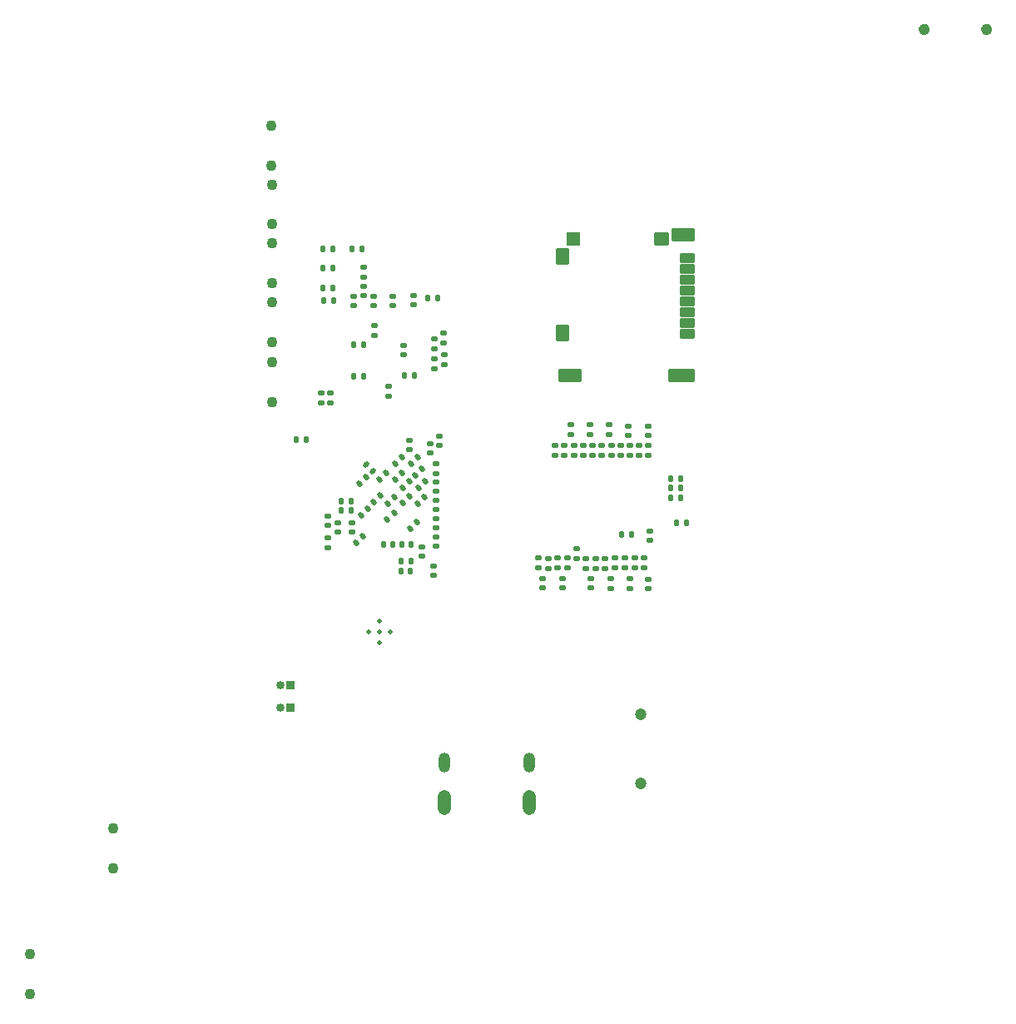
<source format=gbr>
%TF.GenerationSoftware,KiCad,Pcbnew,9.0.2*%
%TF.CreationDate,2025-06-19T13:39:27-06:00*%
%TF.ProjectId,MPU_MOD,4d50555f-4d4f-4442-9e6b-696361645f70,rev?*%
%TF.SameCoordinates,Original*%
%TF.FileFunction,Soldermask,Bot*%
%TF.FilePolarity,Negative*%
%FSLAX46Y46*%
G04 Gerber Fmt 4.6, Leading zero omitted, Abs format (unit mm)*
G04 Created by KiCad (PCBNEW 9.0.2) date 2025-06-19 13:39:27*
%MOMM*%
%LPD*%
G01*
G04 APERTURE LIST*
G04 Aperture macros list*
%AMRoundRect*
0 Rectangle with rounded corners*
0 $1 Rounding radius*
0 $2 $3 $4 $5 $6 $7 $8 $9 X,Y pos of 4 corners*
0 Add a 4 corners polygon primitive as box body*
4,1,4,$2,$3,$4,$5,$6,$7,$8,$9,$2,$3,0*
0 Add four circle primitives for the rounded corners*
1,1,$1+$1,$2,$3*
1,1,$1+$1,$4,$5*
1,1,$1+$1,$6,$7*
1,1,$1+$1,$8,$9*
0 Add four rect primitives between the rounded corners*
20,1,$1+$1,$2,$3,$4,$5,0*
20,1,$1+$1,$4,$5,$6,$7,0*
20,1,$1+$1,$6,$7,$8,$9,0*
20,1,$1+$1,$8,$9,$2,$3,0*%
G04 Aperture macros list end*
%ADD10C,0.010000*%
%ADD11C,0.561000*%
%ADD12C,1.104000*%
%ADD13C,1.200000*%
%ADD14R,0.850000X0.850000*%
%ADD15C,0.850000*%
%ADD16O,1.204000X2.004000*%
%ADD17C,0.499999*%
%ADD18C,1.020000*%
%ADD19RoundRect,0.135000X-0.185000X0.135000X-0.185000X-0.135000X0.185000X-0.135000X0.185000X0.135000X0*%
%ADD20RoundRect,0.135000X0.185000X-0.135000X0.185000X0.135000X-0.185000X0.135000X-0.185000X-0.135000X0*%
%ADD21RoundRect,0.140000X0.170000X-0.140000X0.170000X0.140000X-0.170000X0.140000X-0.170000X-0.140000X0*%
%ADD22RoundRect,0.135000X-0.135000X-0.185000X0.135000X-0.185000X0.135000X0.185000X-0.135000X0.185000X0*%
%ADD23RoundRect,0.135000X0.135000X0.185000X-0.135000X0.185000X-0.135000X-0.185000X0.135000X-0.185000X0*%
%ADD24RoundRect,0.140000X-0.170000X0.140000X-0.170000X-0.140000X0.170000X-0.140000X0.170000X0.140000X0*%
%ADD25RoundRect,0.140000X-0.021213X0.219203X-0.219203X0.021213X0.021213X-0.219203X0.219203X-0.021213X0*%
%ADD26RoundRect,0.140000X0.140000X0.170000X-0.140000X0.170000X-0.140000X-0.170000X0.140000X-0.170000X0*%
%ADD27RoundRect,0.140000X-0.140000X-0.170000X0.140000X-0.170000X0.140000X0.170000X-0.140000X0.170000X0*%
%ADD28RoundRect,0.140000X0.021213X-0.219203X0.219203X-0.021213X-0.021213X0.219203X-0.219203X0.021213X0*%
%ADD29RoundRect,0.102000X-1.100000X0.575000X-1.100000X-0.575000X1.100000X-0.575000X1.100000X0.575000X0*%
%ADD30RoundRect,0.102000X-0.600000X0.575000X-0.600000X-0.575000X0.600000X-0.575000X0.600000X0.575000X0*%
%ADD31RoundRect,0.102000X-0.575000X0.750000X-0.575000X-0.750000X0.575000X-0.750000X0.575000X0.750000X0*%
%ADD32RoundRect,0.102000X-1.250000X0.575000X-1.250000X-0.575000X1.250000X-0.575000X1.250000X0.575000X0*%
%ADD33RoundRect,0.102000X-0.620000X0.400000X-0.620000X-0.400000X0.620000X-0.400000X0.620000X0.400000X0*%
%ADD34RoundRect,0.102000X-0.625000X0.575000X-0.625000X-0.575000X0.625000X-0.575000X0.625000X0.575000X0*%
%ADD35RoundRect,0.140000X0.219203X0.021213X0.021213X0.219203X-0.219203X-0.021213X-0.021213X-0.219203X0*%
G04 APERTURE END LIST*
D10*
%TO.C,J801*%
X86711000Y-97988500D02*
X86743000Y-97990500D01*
X86774000Y-97994500D01*
X86805000Y-98000500D01*
X86835000Y-98007500D01*
X86865000Y-98016500D01*
X86895000Y-98027500D01*
X86924000Y-98039500D01*
X86952000Y-98052500D01*
X86980000Y-98067500D01*
X87007000Y-98084500D01*
X87033000Y-98102500D01*
X87058000Y-98121500D01*
X87081000Y-98141500D01*
X87104000Y-98163500D01*
X87126000Y-98186500D01*
X87146000Y-98209500D01*
X87165000Y-98234500D01*
X87183000Y-98260500D01*
X87200000Y-98287500D01*
X87215000Y-98315500D01*
X87228000Y-98343500D01*
X87240000Y-98372500D01*
X87251000Y-98402500D01*
X87260000Y-98432500D01*
X87267000Y-98462500D01*
X87273000Y-98493500D01*
X87277000Y-98524500D01*
X87279000Y-98556500D01*
X87280000Y-98587500D01*
X87280000Y-99187500D01*
X87280000Y-99787500D01*
X87279000Y-99818500D01*
X87277000Y-99850500D01*
X87273000Y-99881500D01*
X87267000Y-99912500D01*
X87260000Y-99942500D01*
X87251000Y-99972500D01*
X87240000Y-100002500D01*
X87228000Y-100031500D01*
X87215000Y-100059500D01*
X87200000Y-100087500D01*
X87183000Y-100114500D01*
X87165000Y-100140500D01*
X87146000Y-100165500D01*
X87126000Y-100188500D01*
X87104000Y-100211500D01*
X87081000Y-100233500D01*
X87058000Y-100253500D01*
X87033000Y-100272500D01*
X87007000Y-100290500D01*
X86980000Y-100307500D01*
X86952000Y-100322500D01*
X86924000Y-100335500D01*
X86895000Y-100347500D01*
X86865000Y-100358500D01*
X86835000Y-100367500D01*
X86805000Y-100374500D01*
X86774000Y-100380500D01*
X86743000Y-100384500D01*
X86711000Y-100386500D01*
X86680000Y-100387500D01*
X86649000Y-100386500D01*
X86617000Y-100384500D01*
X86586000Y-100380500D01*
X86555000Y-100374500D01*
X86525000Y-100367500D01*
X86495000Y-100358500D01*
X86465000Y-100347500D01*
X86436000Y-100335500D01*
X86408000Y-100322500D01*
X86380000Y-100307500D01*
X86353000Y-100290500D01*
X86327000Y-100272500D01*
X86302000Y-100253500D01*
X86279000Y-100233500D01*
X86256000Y-100211500D01*
X86234000Y-100188500D01*
X86214000Y-100165500D01*
X86195000Y-100140500D01*
X86177000Y-100114500D01*
X86160000Y-100087500D01*
X86145000Y-100059500D01*
X86132000Y-100031500D01*
X86120000Y-100002500D01*
X86109000Y-99972500D01*
X86100000Y-99942500D01*
X86093000Y-99912500D01*
X86087000Y-99881500D01*
X86083000Y-99850500D01*
X86081000Y-99818500D01*
X86080000Y-99787500D01*
X86080000Y-99187500D01*
X86080000Y-98587500D01*
X86081000Y-98556500D01*
X86083000Y-98524500D01*
X86087000Y-98493500D01*
X86093000Y-98462500D01*
X86100000Y-98432500D01*
X86109000Y-98402500D01*
X86120000Y-98372500D01*
X86132000Y-98343500D01*
X86145000Y-98315500D01*
X86160000Y-98287500D01*
X86177000Y-98260500D01*
X86195000Y-98234500D01*
X86214000Y-98209500D01*
X86234000Y-98186500D01*
X86256000Y-98163500D01*
X86279000Y-98141500D01*
X86302000Y-98121500D01*
X86327000Y-98102500D01*
X86353000Y-98084500D01*
X86380000Y-98067500D01*
X86408000Y-98052500D01*
X86436000Y-98039500D01*
X86465000Y-98027500D01*
X86495000Y-98016500D01*
X86525000Y-98007500D01*
X86555000Y-98000500D01*
X86586000Y-97994500D01*
X86617000Y-97990500D01*
X86649000Y-97988500D01*
X86680000Y-97987500D01*
X86711000Y-97988500D01*
G36*
X86711000Y-97988500D02*
G01*
X86743000Y-97990500D01*
X86774000Y-97994500D01*
X86805000Y-98000500D01*
X86835000Y-98007500D01*
X86865000Y-98016500D01*
X86895000Y-98027500D01*
X86924000Y-98039500D01*
X86952000Y-98052500D01*
X86980000Y-98067500D01*
X87007000Y-98084500D01*
X87033000Y-98102500D01*
X87058000Y-98121500D01*
X87081000Y-98141500D01*
X87104000Y-98163500D01*
X87126000Y-98186500D01*
X87146000Y-98209500D01*
X87165000Y-98234500D01*
X87183000Y-98260500D01*
X87200000Y-98287500D01*
X87215000Y-98315500D01*
X87228000Y-98343500D01*
X87240000Y-98372500D01*
X87251000Y-98402500D01*
X87260000Y-98432500D01*
X87267000Y-98462500D01*
X87273000Y-98493500D01*
X87277000Y-98524500D01*
X87279000Y-98556500D01*
X87280000Y-98587500D01*
X87280000Y-99187500D01*
X87280000Y-99787500D01*
X87279000Y-99818500D01*
X87277000Y-99850500D01*
X87273000Y-99881500D01*
X87267000Y-99912500D01*
X87260000Y-99942500D01*
X87251000Y-99972500D01*
X87240000Y-100002500D01*
X87228000Y-100031500D01*
X87215000Y-100059500D01*
X87200000Y-100087500D01*
X87183000Y-100114500D01*
X87165000Y-100140500D01*
X87146000Y-100165500D01*
X87126000Y-100188500D01*
X87104000Y-100211500D01*
X87081000Y-100233500D01*
X87058000Y-100253500D01*
X87033000Y-100272500D01*
X87007000Y-100290500D01*
X86980000Y-100307500D01*
X86952000Y-100322500D01*
X86924000Y-100335500D01*
X86895000Y-100347500D01*
X86865000Y-100358500D01*
X86835000Y-100367500D01*
X86805000Y-100374500D01*
X86774000Y-100380500D01*
X86743000Y-100384500D01*
X86711000Y-100386500D01*
X86680000Y-100387500D01*
X86649000Y-100386500D01*
X86617000Y-100384500D01*
X86586000Y-100380500D01*
X86555000Y-100374500D01*
X86525000Y-100367500D01*
X86495000Y-100358500D01*
X86465000Y-100347500D01*
X86436000Y-100335500D01*
X86408000Y-100322500D01*
X86380000Y-100307500D01*
X86353000Y-100290500D01*
X86327000Y-100272500D01*
X86302000Y-100253500D01*
X86279000Y-100233500D01*
X86256000Y-100211500D01*
X86234000Y-100188500D01*
X86214000Y-100165500D01*
X86195000Y-100140500D01*
X86177000Y-100114500D01*
X86160000Y-100087500D01*
X86145000Y-100059500D01*
X86132000Y-100031500D01*
X86120000Y-100002500D01*
X86109000Y-99972500D01*
X86100000Y-99942500D01*
X86093000Y-99912500D01*
X86087000Y-99881500D01*
X86083000Y-99850500D01*
X86081000Y-99818500D01*
X86080000Y-99787500D01*
X86080000Y-99187500D01*
X86080000Y-98587500D01*
X86081000Y-98556500D01*
X86083000Y-98524500D01*
X86087000Y-98493500D01*
X86093000Y-98462500D01*
X86100000Y-98432500D01*
X86109000Y-98402500D01*
X86120000Y-98372500D01*
X86132000Y-98343500D01*
X86145000Y-98315500D01*
X86160000Y-98287500D01*
X86177000Y-98260500D01*
X86195000Y-98234500D01*
X86214000Y-98209500D01*
X86234000Y-98186500D01*
X86256000Y-98163500D01*
X86279000Y-98141500D01*
X86302000Y-98121500D01*
X86327000Y-98102500D01*
X86353000Y-98084500D01*
X86380000Y-98067500D01*
X86408000Y-98052500D01*
X86436000Y-98039500D01*
X86465000Y-98027500D01*
X86495000Y-98016500D01*
X86525000Y-98007500D01*
X86555000Y-98000500D01*
X86586000Y-97994500D01*
X86617000Y-97990500D01*
X86649000Y-97988500D01*
X86680000Y-97987500D01*
X86711000Y-97988500D01*
G37*
X95351000Y-97988500D02*
X95383000Y-97990500D01*
X95414000Y-97994500D01*
X95445000Y-98000500D01*
X95475000Y-98007500D01*
X95505000Y-98016500D01*
X95535000Y-98027500D01*
X95564000Y-98039500D01*
X95592000Y-98052500D01*
X95620000Y-98067500D01*
X95647000Y-98084500D01*
X95673000Y-98102500D01*
X95698000Y-98121500D01*
X95721000Y-98141500D01*
X95744000Y-98163500D01*
X95766000Y-98186500D01*
X95786000Y-98209500D01*
X95805000Y-98234500D01*
X95823000Y-98260500D01*
X95840000Y-98287500D01*
X95855000Y-98315500D01*
X95868000Y-98343500D01*
X95880000Y-98372500D01*
X95891000Y-98402500D01*
X95900000Y-98432500D01*
X95907000Y-98462500D01*
X95913000Y-98493500D01*
X95917000Y-98524500D01*
X95919000Y-98556500D01*
X95920000Y-98587500D01*
X95920000Y-99187500D01*
X95920000Y-99787500D01*
X95919000Y-99818500D01*
X95917000Y-99850500D01*
X95913000Y-99881500D01*
X95907000Y-99912500D01*
X95900000Y-99942500D01*
X95891000Y-99972500D01*
X95880000Y-100002500D01*
X95868000Y-100031500D01*
X95855000Y-100059500D01*
X95840000Y-100087500D01*
X95823000Y-100114500D01*
X95805000Y-100140500D01*
X95786000Y-100165500D01*
X95766000Y-100188500D01*
X95744000Y-100211500D01*
X95721000Y-100233500D01*
X95698000Y-100253500D01*
X95673000Y-100272500D01*
X95647000Y-100290500D01*
X95620000Y-100307500D01*
X95592000Y-100322500D01*
X95564000Y-100335500D01*
X95535000Y-100347500D01*
X95505000Y-100358500D01*
X95475000Y-100367500D01*
X95445000Y-100374500D01*
X95414000Y-100380500D01*
X95383000Y-100384500D01*
X95351000Y-100386500D01*
X95320000Y-100387500D01*
X95289000Y-100386500D01*
X95257000Y-100384500D01*
X95226000Y-100380500D01*
X95195000Y-100374500D01*
X95165000Y-100367500D01*
X95135000Y-100358500D01*
X95105000Y-100347500D01*
X95076000Y-100335500D01*
X95048000Y-100322500D01*
X95020000Y-100307500D01*
X94993000Y-100290500D01*
X94967000Y-100272500D01*
X94942000Y-100253500D01*
X94919000Y-100233500D01*
X94896000Y-100211500D01*
X94874000Y-100188500D01*
X94854000Y-100165500D01*
X94835000Y-100140500D01*
X94817000Y-100114500D01*
X94800000Y-100087500D01*
X94785000Y-100059500D01*
X94772000Y-100031500D01*
X94760000Y-100002500D01*
X94749000Y-99972500D01*
X94740000Y-99942500D01*
X94733000Y-99912500D01*
X94727000Y-99881500D01*
X94723000Y-99850500D01*
X94721000Y-99818500D01*
X94720000Y-99787500D01*
X94720000Y-99187500D01*
X94720000Y-98587500D01*
X94721000Y-98556500D01*
X94723000Y-98524500D01*
X94727000Y-98493500D01*
X94733000Y-98462500D01*
X94740000Y-98432500D01*
X94749000Y-98402500D01*
X94760000Y-98372500D01*
X94772000Y-98343500D01*
X94785000Y-98315500D01*
X94800000Y-98287500D01*
X94817000Y-98260500D01*
X94835000Y-98234500D01*
X94854000Y-98209500D01*
X94874000Y-98186500D01*
X94896000Y-98163500D01*
X94919000Y-98141500D01*
X94942000Y-98121500D01*
X94967000Y-98102500D01*
X94993000Y-98084500D01*
X95020000Y-98067500D01*
X95048000Y-98052500D01*
X95076000Y-98039500D01*
X95105000Y-98027500D01*
X95135000Y-98016500D01*
X95165000Y-98007500D01*
X95195000Y-98000500D01*
X95226000Y-97994500D01*
X95257000Y-97990500D01*
X95289000Y-97988500D01*
X95320000Y-97987500D01*
X95351000Y-97988500D01*
G36*
X95351000Y-97988500D02*
G01*
X95383000Y-97990500D01*
X95414000Y-97994500D01*
X95445000Y-98000500D01*
X95475000Y-98007500D01*
X95505000Y-98016500D01*
X95535000Y-98027500D01*
X95564000Y-98039500D01*
X95592000Y-98052500D01*
X95620000Y-98067500D01*
X95647000Y-98084500D01*
X95673000Y-98102500D01*
X95698000Y-98121500D01*
X95721000Y-98141500D01*
X95744000Y-98163500D01*
X95766000Y-98186500D01*
X95786000Y-98209500D01*
X95805000Y-98234500D01*
X95823000Y-98260500D01*
X95840000Y-98287500D01*
X95855000Y-98315500D01*
X95868000Y-98343500D01*
X95880000Y-98372500D01*
X95891000Y-98402500D01*
X95900000Y-98432500D01*
X95907000Y-98462500D01*
X95913000Y-98493500D01*
X95917000Y-98524500D01*
X95919000Y-98556500D01*
X95920000Y-98587500D01*
X95920000Y-99187500D01*
X95920000Y-99787500D01*
X95919000Y-99818500D01*
X95917000Y-99850500D01*
X95913000Y-99881500D01*
X95907000Y-99912500D01*
X95900000Y-99942500D01*
X95891000Y-99972500D01*
X95880000Y-100002500D01*
X95868000Y-100031500D01*
X95855000Y-100059500D01*
X95840000Y-100087500D01*
X95823000Y-100114500D01*
X95805000Y-100140500D01*
X95786000Y-100165500D01*
X95766000Y-100188500D01*
X95744000Y-100211500D01*
X95721000Y-100233500D01*
X95698000Y-100253500D01*
X95673000Y-100272500D01*
X95647000Y-100290500D01*
X95620000Y-100307500D01*
X95592000Y-100322500D01*
X95564000Y-100335500D01*
X95535000Y-100347500D01*
X95505000Y-100358500D01*
X95475000Y-100367500D01*
X95445000Y-100374500D01*
X95414000Y-100380500D01*
X95383000Y-100384500D01*
X95351000Y-100386500D01*
X95320000Y-100387500D01*
X95289000Y-100386500D01*
X95257000Y-100384500D01*
X95226000Y-100380500D01*
X95195000Y-100374500D01*
X95165000Y-100367500D01*
X95135000Y-100358500D01*
X95105000Y-100347500D01*
X95076000Y-100335500D01*
X95048000Y-100322500D01*
X95020000Y-100307500D01*
X94993000Y-100290500D01*
X94967000Y-100272500D01*
X94942000Y-100253500D01*
X94919000Y-100233500D01*
X94896000Y-100211500D01*
X94874000Y-100188500D01*
X94854000Y-100165500D01*
X94835000Y-100140500D01*
X94817000Y-100114500D01*
X94800000Y-100087500D01*
X94785000Y-100059500D01*
X94772000Y-100031500D01*
X94760000Y-100002500D01*
X94749000Y-99972500D01*
X94740000Y-99942500D01*
X94733000Y-99912500D01*
X94727000Y-99881500D01*
X94723000Y-99850500D01*
X94721000Y-99818500D01*
X94720000Y-99787500D01*
X94720000Y-99187500D01*
X94720000Y-98587500D01*
X94721000Y-98556500D01*
X94723000Y-98524500D01*
X94727000Y-98493500D01*
X94733000Y-98462500D01*
X94740000Y-98432500D01*
X94749000Y-98402500D01*
X94760000Y-98372500D01*
X94772000Y-98343500D01*
X94785000Y-98315500D01*
X94800000Y-98287500D01*
X94817000Y-98260500D01*
X94835000Y-98234500D01*
X94854000Y-98209500D01*
X94874000Y-98186500D01*
X94896000Y-98163500D01*
X94919000Y-98141500D01*
X94942000Y-98121500D01*
X94967000Y-98102500D01*
X94993000Y-98084500D01*
X95020000Y-98067500D01*
X95048000Y-98052500D01*
X95076000Y-98039500D01*
X95105000Y-98027500D01*
X95135000Y-98016500D01*
X95165000Y-98007500D01*
X95195000Y-98000500D01*
X95226000Y-97994500D01*
X95257000Y-97990500D01*
X95289000Y-97988500D01*
X95320000Y-97987500D01*
X95351000Y-97988500D01*
G37*
%TO.C,J701*%
D11*
X135830500Y-20600000D02*
G75*
G02*
X135269500Y-20600000I-280500J0D01*
G01*
X135269500Y-20600000D02*
G75*
G02*
X135830500Y-20600000I280500J0D01*
G01*
X142180500Y-20600000D02*
G75*
G02*
X141619500Y-20600000I-280500J0D01*
G01*
X141619500Y-20600000D02*
G75*
G02*
X142180500Y-20600000I280500J0D01*
G01*
%TD*%
D12*
%TO.C,S601*%
X69225000Y-54462500D03*
X69225000Y-58512500D03*
%TD*%
%TO.C,S605*%
X69225000Y-36362500D03*
X69225000Y-40412500D03*
%TD*%
D13*
%TO.C,J1*%
X106705750Y-90250000D03*
X106705750Y-97250000D03*
%TD*%
D12*
%TO.C,S701*%
X53052500Y-101860000D03*
X53052500Y-105910000D03*
%TD*%
%TO.C,S603*%
X69225000Y-48362500D03*
X69225000Y-52412500D03*
%TD*%
D14*
%TO.C,BT201*%
X71050000Y-87288207D03*
D15*
X70050000Y-87288207D03*
%TD*%
D12*
%TO.C,S602*%
X69125000Y-30362500D03*
X69125000Y-34412500D03*
%TD*%
D14*
%TO.C,TH201*%
X71050000Y-89588207D03*
D15*
X70050000Y-89588207D03*
%TD*%
D16*
%TO.C,J801*%
X86680000Y-95187500D03*
X95320000Y-95187500D03*
%TD*%
D12*
%TO.C,S201*%
X44525000Y-114662500D03*
X44525000Y-118712500D03*
%TD*%
%TO.C,S604*%
X69225000Y-42362500D03*
X69225000Y-46412500D03*
%TD*%
D17*
%TO.C,U3*%
X80100000Y-80800000D03*
X81200000Y-81900000D03*
X80100000Y-81900000D03*
X79000000Y-81900000D03*
X80100000Y-83000000D03*
%TD*%
D18*
%TO.C,J701*%
X135550000Y-20600000D03*
X141900000Y-20600000D03*
%TD*%
D19*
%TO.C,R407*%
X104098415Y-74367400D03*
X104098415Y-75387400D03*
%TD*%
D20*
%TO.C,R406*%
X103700000Y-63900000D03*
X103700000Y-62880002D03*
%TD*%
D21*
%TO.C,C413*%
X107443415Y-61877400D03*
X107443415Y-60917400D03*
%TD*%
D22*
%TO.C,R509*%
X74403415Y-48147400D03*
X75423415Y-48147400D03*
%TD*%
D20*
%TO.C,R504*%
X85723415Y-53087400D03*
X85723415Y-52067400D03*
%TD*%
D23*
%TO.C,R508*%
X75393415Y-46897400D03*
X74373415Y-46897400D03*
%TD*%
D19*
%TO.C,R502*%
X85703415Y-54117400D03*
X85703415Y-55137400D03*
%TD*%
%TO.C,R505*%
X86703415Y-53637400D03*
X86703415Y-54657400D03*
%TD*%
D24*
%TO.C,C411*%
X103513415Y-60817400D03*
X103513415Y-61777400D03*
%TD*%
D25*
%TO.C,C319*%
X84778822Y-66521178D03*
X84100000Y-67200000D03*
%TD*%
%TO.C,C317*%
X80228822Y-67971178D03*
X79550000Y-68650000D03*
%TD*%
D24*
%TO.C,C412*%
X101623415Y-76417400D03*
X101623415Y-77377400D03*
%TD*%
%TO.C,C327*%
X77300000Y-70740000D03*
X77300000Y-71700000D03*
%TD*%
D26*
%TO.C,C416*%
X111333415Y-70777400D03*
X110373415Y-70777400D03*
%TD*%
D24*
%TO.C,C323*%
X85900000Y-64790000D03*
X85900000Y-65750000D03*
%TD*%
D19*
%TO.C,R414*%
X96298415Y-74367400D03*
X96298415Y-75387400D03*
%TD*%
D23*
%TO.C,R511*%
X78303415Y-42917400D03*
X77283415Y-42917400D03*
%TD*%
D20*
%TO.C,R424*%
X106550000Y-63900000D03*
X106550000Y-62880002D03*
%TD*%
%TO.C,R408*%
X101800000Y-63900000D03*
X101800000Y-62880002D03*
%TD*%
D24*
%TO.C,C339*%
X74850000Y-72340000D03*
X74850000Y-73300000D03*
%TD*%
D19*
%TO.C,R430*%
X107073415Y-74357400D03*
X107073415Y-75377400D03*
%TD*%
D23*
%TO.C,R403*%
X105783415Y-71927400D03*
X104763415Y-71927400D03*
%TD*%
D24*
%TO.C,C417*%
X96753415Y-76417400D03*
X96753415Y-77377400D03*
%TD*%
%TO.C,C334*%
X86250000Y-61940000D03*
X86250000Y-62900000D03*
%TD*%
D25*
%TO.C,C305*%
X83152944Y-66571178D03*
X82474122Y-67250000D03*
%TD*%
D21*
%TO.C,C502*%
X78503415Y-47677400D03*
X78503415Y-46717400D03*
%TD*%
D19*
%TO.C,R422*%
X102123415Y-74402400D03*
X102123415Y-75422400D03*
%TD*%
%TO.C,R501*%
X81033415Y-56927400D03*
X81033415Y-57947400D03*
%TD*%
D24*
%TO.C,C418*%
X98723415Y-76417400D03*
X98723415Y-77377400D03*
%TD*%
D19*
%TO.C,R418*%
X106073415Y-74357400D03*
X106073415Y-75377400D03*
%TD*%
D21*
%TO.C,C511*%
X77473415Y-48707400D03*
X77473415Y-47747400D03*
%TD*%
D26*
%TO.C,C510*%
X86013415Y-47917400D03*
X85053415Y-47917400D03*
%TD*%
D21*
%TO.C,C316*%
X84450000Y-74160000D03*
X84450000Y-73200000D03*
%TD*%
%TO.C,C335*%
X85650000Y-76100000D03*
X85650000Y-75140000D03*
%TD*%
D19*
%TO.C,R416*%
X105098415Y-74367400D03*
X105098415Y-75387400D03*
%TD*%
D21*
%TO.C,C506*%
X79583415Y-51687400D03*
X79583415Y-50727400D03*
%TD*%
D25*
%TO.C,C309*%
X78778822Y-66121178D03*
X78100000Y-66800000D03*
%TD*%
D27*
%TO.C,C336*%
X82300000Y-75650000D03*
X83260000Y-75650000D03*
%TD*%
D28*
%TO.C,C301*%
X78221178Y-69978822D03*
X78900000Y-69300000D03*
%TD*%
D19*
%TO.C,R410*%
X98273415Y-74367400D03*
X98273415Y-75387400D03*
%TD*%
D29*
%TO.C,J501*%
X110980000Y-41510000D03*
D30*
X99830000Y-41910000D03*
D31*
X98705000Y-43715000D03*
X98705000Y-51495000D03*
D29*
X99500000Y-55800000D03*
D32*
X110830000Y-55800000D03*
D33*
X111460000Y-51555000D03*
X111460000Y-50455000D03*
X111460000Y-49355000D03*
X111460000Y-48255000D03*
X111460000Y-47155000D03*
X111460000Y-46055000D03*
X111460000Y-44955000D03*
X111460000Y-43855000D03*
D34*
X108830000Y-41910000D03*
%TD*%
D20*
%TO.C,R503*%
X86673415Y-52517400D03*
X86673415Y-51497400D03*
%TD*%
D25*
%TO.C,C315*%
X83128822Y-68071178D03*
X82450000Y-68750000D03*
%TD*%
D26*
%TO.C,C329*%
X72650000Y-62350000D03*
X71690000Y-62350000D03*
%TD*%
D19*
%TO.C,R426*%
X101148415Y-74392400D03*
X101148415Y-75412400D03*
%TD*%
D21*
%TO.C,C414*%
X105473415Y-61877400D03*
X105473415Y-60917400D03*
%TD*%
D20*
%TO.C,R423*%
X105600000Y-63900000D03*
X105600000Y-62880002D03*
%TD*%
D24*
%TO.C,C324*%
X85900000Y-72200000D03*
X85900000Y-73160000D03*
%TD*%
%TO.C,C410*%
X101543415Y-60817400D03*
X101543415Y-61777400D03*
%TD*%
D20*
%TO.C,R419*%
X98950000Y-63900000D03*
X98950000Y-62880002D03*
%TD*%
D19*
%TO.C,R404*%
X100198415Y-73367400D03*
X100198415Y-74387400D03*
%TD*%
D27*
%TO.C,C338*%
X82340000Y-74700000D03*
X83300000Y-74700000D03*
%TD*%
%TO.C,C514*%
X77523415Y-55877400D03*
X78483415Y-55877400D03*
%TD*%
D21*
%TO.C,C503*%
X79523415Y-48667400D03*
X79523415Y-47707400D03*
%TD*%
D26*
%TO.C,C330*%
X77210000Y-68550000D03*
X76250000Y-68550000D03*
%TD*%
D21*
%TO.C,C512*%
X83563415Y-48617400D03*
X83563415Y-47657400D03*
%TD*%
D24*
%TO.C,C322*%
X85900000Y-66640000D03*
X85900000Y-67600000D03*
%TD*%
D19*
%TO.C,R510*%
X74153415Y-57577400D03*
X74153415Y-58597400D03*
%TD*%
D23*
%TO.C,R507*%
X75393415Y-44907400D03*
X74373415Y-44907400D03*
%TD*%
D27*
%TO.C,C328*%
X76250000Y-69500000D03*
X77210000Y-69500000D03*
%TD*%
D20*
%TO.C,R409*%
X102750000Y-63900000D03*
X102750000Y-62880002D03*
%TD*%
D24*
%TO.C,C427*%
X107673415Y-71597400D03*
X107673415Y-72557400D03*
%TD*%
D28*
%TO.C,C331*%
X83750000Y-65950000D03*
X84428822Y-65271178D03*
%TD*%
D24*
%TO.C,C505*%
X81443415Y-47727400D03*
X81443415Y-48687400D03*
%TD*%
D25*
%TO.C,C314*%
X83978822Y-64121178D03*
X83300000Y-64800000D03*
%TD*%
D19*
%TO.C,R412*%
X97288415Y-74377400D03*
X97288415Y-75397400D03*
%TD*%
D20*
%TO.C,R415*%
X99900000Y-63919998D03*
X99900000Y-62900000D03*
%TD*%
D26*
%TO.C,C303*%
X81510000Y-72966291D03*
X80550000Y-72966291D03*
%TD*%
D25*
%TO.C,C308*%
X84728822Y-68171178D03*
X84050000Y-68850000D03*
%TD*%
D24*
%TO.C,C507*%
X82533415Y-52717400D03*
X82533415Y-53677400D03*
%TD*%
%TO.C,C408*%
X105603415Y-76487400D03*
X105603415Y-77447400D03*
%TD*%
D21*
%TO.C,C509*%
X78523415Y-45767400D03*
X78523415Y-44807400D03*
%TD*%
D24*
%TO.C,C409*%
X99573415Y-60817400D03*
X99573415Y-61777400D03*
%TD*%
%TO.C,C415*%
X107423415Y-76517400D03*
X107423415Y-77477400D03*
%TD*%
D21*
%TO.C,C333*%
X74850000Y-71050000D03*
X74850000Y-70090000D03*
%TD*%
D20*
%TO.C,R421*%
X104650000Y-63900000D03*
X104650000Y-62880002D03*
%TD*%
D22*
%TO.C,R428*%
X109750000Y-68225000D03*
X110769998Y-68225000D03*
%TD*%
D25*
%TO.C,C312*%
X82428822Y-64121178D03*
X81750000Y-64800000D03*
%TD*%
D20*
%TO.C,R411*%
X100850000Y-63900000D03*
X100850000Y-62880002D03*
%TD*%
%TO.C,R425*%
X107500000Y-63900000D03*
X107500000Y-62880002D03*
%TD*%
D24*
%TO.C,C325*%
X85300000Y-62700000D03*
X85300000Y-63660000D03*
%TD*%
%TO.C,C326*%
X75850000Y-70740000D03*
X75850000Y-71700000D03*
%TD*%
D20*
%TO.C,R512*%
X75123415Y-58617400D03*
X75123415Y-57597400D03*
%TD*%
D28*
%TO.C,C313*%
X80950000Y-68850000D03*
X81628822Y-68171178D03*
%TD*%
D25*
%TO.C,C311*%
X80825121Y-65730042D03*
X80146299Y-66408864D03*
%TD*%
D24*
%TO.C,C320*%
X85900000Y-70340000D03*
X85900000Y-71300000D03*
%TD*%
D28*
%TO.C,C304*%
X77726057Y-72829106D03*
X78404879Y-72150284D03*
%TD*%
D19*
%TO.C,R417*%
X103098415Y-74377400D03*
X103098415Y-75397400D03*
%TD*%
D26*
%TO.C,C513*%
X83643415Y-55817400D03*
X82683415Y-55817400D03*
%TD*%
%TO.C,C302*%
X83350000Y-72966291D03*
X82390000Y-72966291D03*
%TD*%
D22*
%TO.C,R427*%
X109750000Y-67250000D03*
X110769998Y-67250000D03*
%TD*%
D24*
%TO.C,C407*%
X103633415Y-76487400D03*
X103633415Y-77447400D03*
%TD*%
%TO.C,C337*%
X83200000Y-62390000D03*
X83200000Y-63350000D03*
%TD*%
D25*
%TO.C,C307*%
X83940380Y-70650000D03*
X83261558Y-71328822D03*
%TD*%
D24*
%TO.C,C321*%
X85900000Y-68490000D03*
X85900000Y-69450000D03*
%TD*%
D22*
%TO.C,R429*%
X109750000Y-66275000D03*
X110769998Y-66275000D03*
%TD*%
D23*
%TO.C,R506*%
X75393415Y-42917400D03*
X74373415Y-42917400D03*
%TD*%
D35*
%TO.C,C306*%
X79450000Y-65500000D03*
X78771178Y-64821178D03*
%TD*%
D26*
%TO.C,C504*%
X78483415Y-52617400D03*
X77523415Y-52617400D03*
%TD*%
D19*
%TO.C,R420*%
X99223415Y-74367400D03*
X99223415Y-75387400D03*
%TD*%
D28*
%TO.C,C318*%
X80921708Y-70424759D03*
X81600530Y-69745937D03*
%TD*%
D25*
%TO.C,C310*%
X82428822Y-65721178D03*
X81750000Y-66400000D03*
%TD*%
D20*
%TO.C,R413*%
X97950000Y-63900000D03*
X97950000Y-62880002D03*
%TD*%
M02*

</source>
